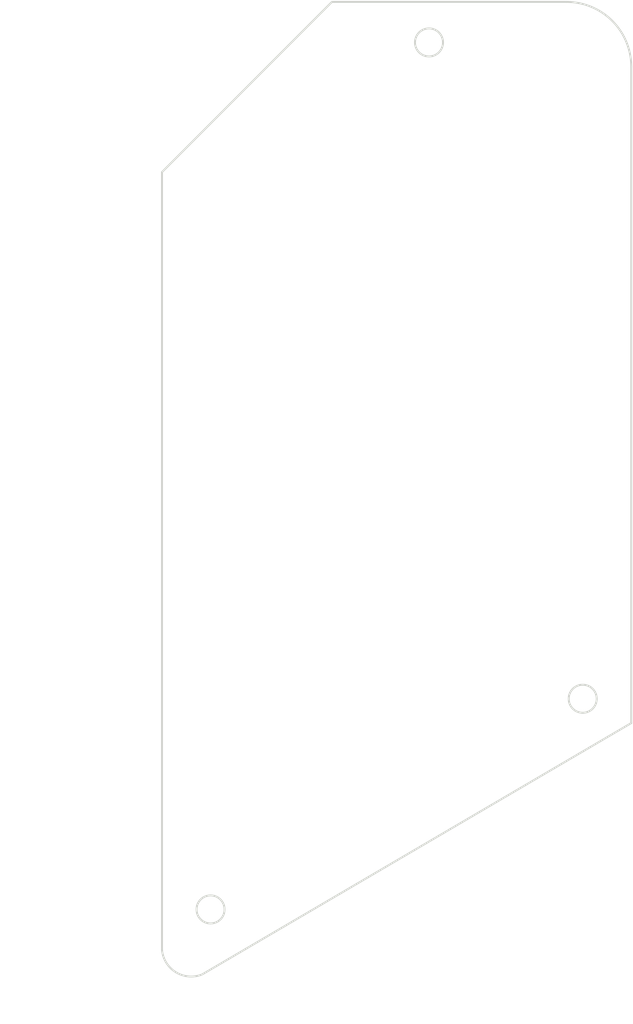
<source format=kicad_pcb>
(kicad_pcb (version 20171130) (host pcbnew 5.0.2-bee76a0~70~ubuntu18.04.1)

  (general
    (thickness 1.6)
    (drawings 14)
    (tracks 0)
    (zones 0)
    (modules 0)
    (nets 1)
  )

  (page A4)
  (layers
    (0 F.Cu signal)
    (31 B.Cu signal)
    (32 B.Adhes user)
    (33 F.Adhes user)
    (34 B.Paste user)
    (35 F.Paste user)
    (36 B.SilkS user)
    (37 F.SilkS user)
    (38 B.Mask user)
    (39 F.Mask user hide)
    (40 Dwgs.User user)
    (41 Cmts.User user)
    (42 Eco1.User user)
    (43 Eco2.User user)
    (44 Edge.Cuts user)
    (45 Margin user)
    (46 B.CrtYd user)
    (47 F.CrtYd user)
    (48 B.Fab user)
    (49 F.Fab user)
  )

  (setup
    (last_trace_width 0.25)
    (trace_clearance 0.2)
    (zone_clearance 0.508)
    (zone_45_only no)
    (trace_min 0.2)
    (segment_width 0.2)
    (edge_width 0.15)
    (via_size 0.8)
    (via_drill 0.4)
    (via_min_size 0.4)
    (via_min_drill 0.3)
    (uvia_size 0.3)
    (uvia_drill 0.1)
    (uvias_allowed no)
    (uvia_min_size 0.2)
    (uvia_min_drill 0.1)
    (pcb_text_width 0.3)
    (pcb_text_size 1.5 1.5)
    (mod_edge_width 0.15)
    (mod_text_size 1 1)
    (mod_text_width 0.15)
    (pad_size 1.397 1.397)
    (pad_drill 0.8128)
    (pad_to_mask_clearance 0.051)
    (solder_mask_min_width 0.25)
    (aux_axis_origin 0 0)
    (grid_origin 135.255 20.955)
    (visible_elements FFFFFFFF)
    (pcbplotparams
      (layerselection 0x010fc_ffffffff)
      (usegerberextensions true)
      (usegerberattributes false)
      (usegerberadvancedattributes false)
      (creategerberjobfile false)
      (excludeedgelayer true)
      (linewidth 0.100000)
      (plotframeref false)
      (viasonmask false)
      (mode 1)
      (useauxorigin false)
      (hpglpennumber 1)
      (hpglpenspeed 20)
      (hpglpendiameter 15.000000)
      (psnegative false)
      (psa4output false)
      (plotreference true)
      (plotvalue true)
      (plotinvisibletext false)
      (padsonsilk false)
      (subtractmaskfromsilk false)
      (outputformat 1)
      (mirror false)
      (drillshape 0)
      (scaleselection 1)
      (outputdirectory ""))
  )

  (net 0 "")

  (net_class Default "これはデフォルトのネット クラスです。"
    (clearance 0.2)
    (trace_width 0.25)
    (via_dia 0.8)
    (via_drill 0.4)
    (uvia_dia 0.3)
    (uvia_drill 0.1)
  )

  (net_class POWER ""
    (clearance 0.2)
    (trace_width 0.4)
    (via_dia 0.8)
    (via_drill 0.4)
    (uvia_dia 0.3)
    (uvia_drill 0.1)
  )

  (dimension 36.85189 (width 0.3) (layer Dwgs.User)
    (gr_text "36.852 mm" (at 78.729055 102.43) (layer Dwgs.User)
      (effects (font (size 1.5 1.5) (thickness 0.3)))
    )
    (feature1 (pts (xy 60.30311 77.47) (xy 60.30311 100.916421)))
    (feature2 (pts (xy 97.155 77.47) (xy 97.155 100.916421)))
    (crossbar (pts (xy 97.155 100.33) (xy 60.30311 100.33)))
    (arrow1a (pts (xy 60.30311 100.33) (xy 61.429614 99.743579)))
    (arrow1b (pts (xy 60.30311 100.33) (xy 61.429614 100.916421)))
    (arrow2a (pts (xy 97.155 100.33) (xy 96.028496 99.743579)))
    (arrow2b (pts (xy 97.155 100.33) (xy 96.028496 100.916421)))
  )
  (gr_circle (center 81.28 24.13) (end 82.38 24.13) (layer Edge.Cuts) (width 0.15) (tstamp 5D012236))
  (gr_circle (center 64.135 92.075) (end 65.235 92.075) (layer Edge.Cuts) (width 0.15) (tstamp 5D012236))
  (gr_circle (center 93.345 75.565) (end 94.445 75.565) (layer Edge.Cuts) (width 0.15))
  (gr_poly (pts (xy 100.33 77.47) (xy 100.33 20.955) (xy 123.825 20.955) (xy 137.16 34.29) (xy 137.16 99.06)) (layer F.Mask) (width 0.15))
  (gr_poly (pts (xy 73.66 20.955) (xy 60.325 34.29) (xy 60.325 99.06) (xy 97.155 77.47) (xy 97.155 20.955)) (layer F.Mask) (width 0.15))
  (gr_arc (start 92.075 26.035) (end 97.155 26.035) (angle -90) (layer Edge.Cuts) (width 0.15))
  (gr_arc (start 62.615427 95.035046) (end 60.325 95.25) (angle -107.2874165) (layer Edge.Cuts) (width 0.15))
  (gr_line (start 97.155 77.47) (end 97.155 26.035) (layer Edge.Cuts) (width 0.15))
  (gr_line (start 92.075 20.955) (end 73.66 20.955) (layer Edge.Cuts) (width 0.15))
  (gr_line (start 63.5 97.155) (end 97.155 77.47) (layer Edge.Cuts) (width 0.15))
  (dimension 76.835 (width 0.3) (layer Dwgs.User)
    (gr_text "76.835 mm" (at 53.145 59.3725 270) (layer Dwgs.User)
      (effects (font (size 1.5 1.5) (thickness 0.3)))
    )
    (feature1 (pts (xy 73.025 97.79) (xy 54.658579 97.79)))
    (feature2 (pts (xy 73.025 20.955) (xy 54.658579 20.955)))
    (crossbar (pts (xy 55.245 20.955) (xy 55.245 97.79)))
    (arrow1a (pts (xy 55.245 97.79) (xy 54.658579 96.663496)))
    (arrow1b (pts (xy 55.245 97.79) (xy 55.831421 96.663496)))
    (arrow2a (pts (xy 55.245 20.955) (xy 54.658579 22.081504)))
    (arrow2b (pts (xy 55.245 20.955) (xy 55.831421 22.081504)))
  )
  (gr_line (start 60.325 95.25) (end 60.325 34.29) (layer Edge.Cuts) (width 0.15))
  (gr_line (start 60.325 34.29) (end 73.66 20.955) (layer Edge.Cuts) (width 0.15))

)

</source>
